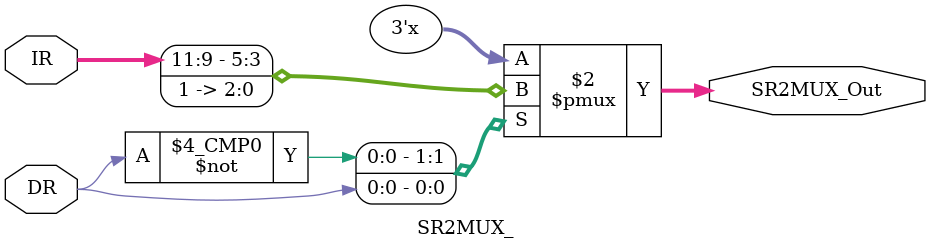
<source format=sv>
module SR2MUX_(
	input logic DR,
	input logic [15:0] IR,
	output logic [0:2] SR2MUX_Out);

	
	always_comb
	 begin	 
	 
        unique case (DR) //The unique keyword here instructs synthesis to fail if a case appears more than once.
	 	   1'b0   : SR2MUX_Out = IR[11:9];
		   1'b1   : SR2MUX_Out = 3'b111;
		   endcase
    end 



endmodule



</source>
